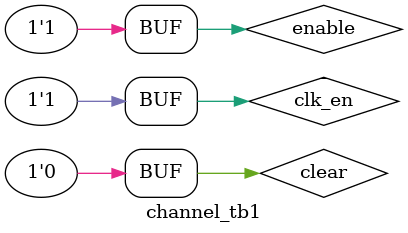
<source format=v>

`timescale 1ns/100ps
module channel_tb1();
	reg enable;				// Enable for counter
	reg clear;				// Clear for counter
	reg clk_en;				// Clock enable
	wire clk;				// Wire connecting clock to counter and both regs
	wire[9:0] data;			// Bus connecting transmit and receive modules
	wire[8:0] data_out;		// Data output of receive
	wire data_valid;		// Output of comparator from receive module

	// Transmit module containing counter and parity gen.
	transmit DUT1(enable, clear, clk, data);

	// Receive module containing reg, parity gen, and comparator
	receive DUT2(clk, data, data_out, data_valid);

	// Clock feeding counter and both regs, period set to 100
	clk #(100) DUT3(clk_en, clk);

	// Using similar inputs as ctr_tb.v
	initial begin
		enable = 0;
		clear = 0;
		clk_en = 1;
		#10 clear = 1;
		#40 clear = 0;
		#50 enable = 1;
		#400 enable = 0;
		#100 enable = 1;
		#500 clear = 1;
		#60 clear = 0;
	end
endmodule
</source>
